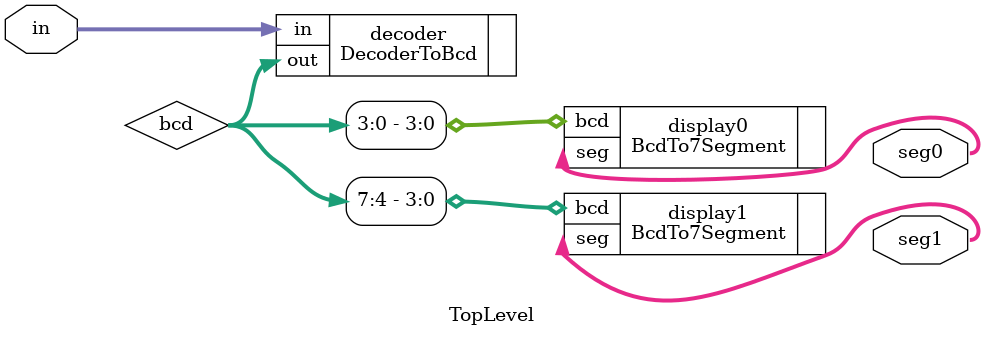
<source format=sv>
module TopLevel(
    input [3:0] in,  // vector entrada
    output [6:0] seg1,  // Vector de 7 segmentos para el dígito más significativo
    output [6:0] seg0   // Vector de 7 segmentos para el dígito menos significativo
);

  wire [7:0] bcd;  // Vector BCD de 8 bits

  // Instancia del módulo DecoderToBcd
  DecoderToBcd decoder (
    .in(in),
    .out(bcd)
  );

  // Instancia del módulo BcdTo7Segment para el dígito menos significativo
  BcdTo7Segment display0 (
    .bcd(bcd[3:0]),
    .seg(seg0)
  );

  // Instancia del módulo BcdTo7Segment para el dígito más significativo
  BcdTo7Segment display1 (
    .bcd(bcd[7:4]),
    .seg(seg1)
  );

endmodule

</source>
